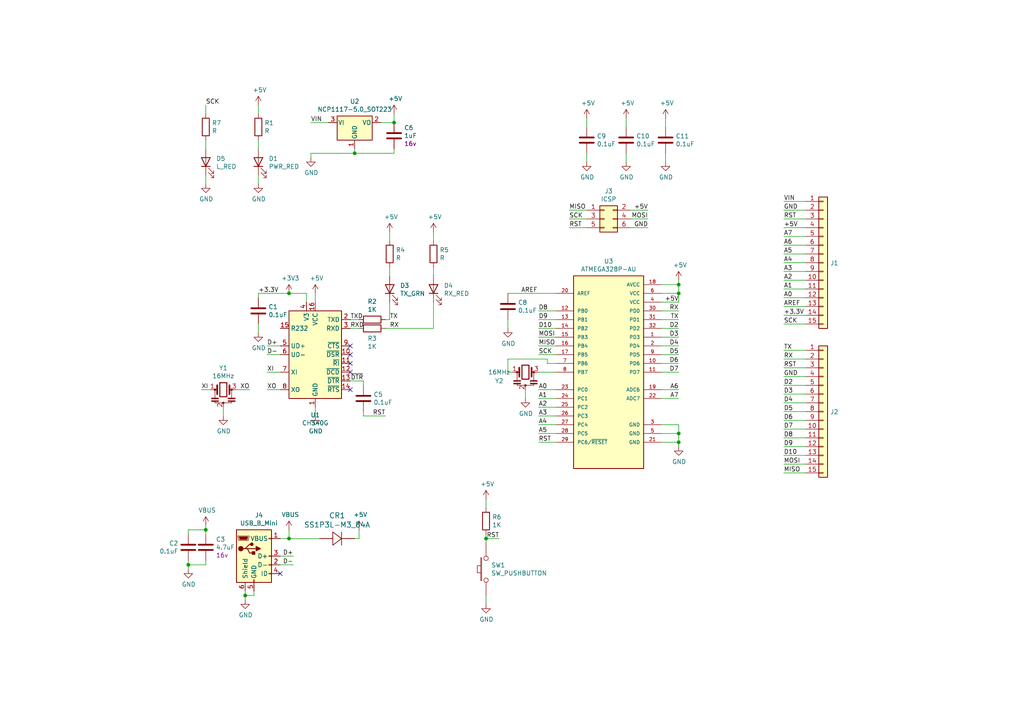
<source format=kicad_sch>
(kicad_sch (version 20211123) (generator eeschema)
  (paper "A4")
  (title_block (title "ARDUINO NANO CLONE w CH340G") (date "2021-12-05") (rev "1.0.0") (company "Pulsestar") (comment 1 "Designed by - twotool") (comment 2 "twotool@outlook.com") (comment 3 "+880 1715-298880"))
  (lib_symbols
    (symbol "22L:SS1P3L-M3_84A" (pin_numbers hide) (pin_names (offset -1.651) hide)
      (property "Reference" "CR" (at 5.08 4.445 0))
      (property "Value" "SS1P3L-M3_84A" (at 5.08 -7.62 0))
      (symbol "SS1P3L-M3_84A_1_1"
        (polyline (pts (xy 2.54 0) (xy 3.4798 0)) (stroke (width 0.2032)))
        (polyline (pts (xy 3.175 0) (xy 3.81 0)) (stroke (width 0.2032)))
        (polyline (pts (xy 3.81 -1.905) (xy 6.35 0)) (stroke (width 0.2032)))
        (polyline (pts (xy 3.81 1.905) (xy 3.81 -1.905)) (stroke (width 0.2032)))
        (polyline (pts (xy 6.35 -1.905) (xy 6.35 1.905)) (stroke (width 0.2032)))
        (polyline (pts (xy 6.35 0) (xy 3.81 1.905)) (stroke (width 0.2032)))
        (polyline (pts (xy 6.35 0) (xy 7.62 0)) (stroke (width 0.2032)))
        (pin unspecified line (at 10.16 0 180) (length 2.54) (name "1") (number "1"))
        (pin unspecified line (at 0 0 0) (length 2.54) (name "2") (number "2"))
      )
    )
    (symbol "22L_MCU:ATMEGA328P-AU" (pin_names (offset 1.016))
      (property "Reference" "U" (at -10.1854 29.2608 0))
      (property "Value" "ATMEGA328P-AU" (at -10.16 -31.7754 0))
      (symbol "ATMEGA328P-AU_0_0"
        (rectangle (start -10.16 -27.94) (end 10.16 27.94) (stroke (width 0.254)) (fill (type background)))
        (pin bidirectional line (at 15.24 10.16 180) (length 5.08) (name "PD3") (number "1"))
        (pin bidirectional line (at 15.24 2.54 180) (length 5.08) (name "PD6") (number "10"))
        (pin bidirectional line (at 15.24 0 180) (length 5.08) (name "PD7") (number "11"))
        (pin bidirectional line (at -15.24 17.78 0) (length 5.08) (name "PB0") (number "12"))
        (pin bidirectional line (at -15.24 15.24 0) (length 5.08) (name "PB1") (number "13"))
        (pin bidirectional line (at -15.24 12.7 0) (length 5.08) (name "PB2") (number "14"))
        (pin bidirectional line (at -15.24 10.16 0) (length 5.08) (name "PB3") (number "15"))
        (pin bidirectional line (at -15.24 7.62 0) (length 5.08) (name "PB4") (number "16"))
        (pin bidirectional line (at -15.24 5.08 0) (length 5.08) (name "PB5") (number "17"))
        (pin power_in line (at 15.24 25.4 180) (length 5.08) (name "AVCC") (number "18"))
        (pin bidirectional line (at 15.24 -5.08 180) (length 5.08) (name "ADC6") (number "19"))
        (pin bidirectional line (at 15.24 7.62 180) (length 5.08) (name "PD4") (number "2"))
        (pin input line (at -15.24 22.86 0) (length 5.08) (name "AREF") (number "20"))
        (pin power_in line (at 15.24 -20.32 180) (length 5.08) (name "GND") (number "21"))
        (pin bidirectional line (at 15.24 -7.62 180) (length 5.08) (name "ADC7") (number "22"))
        (pin bidirectional line (at -15.24 -5.08 0) (length 5.08) (name "PC0") (number "23"))
        (pin bidirectional line (at -15.24 -7.62 0) (length 5.08) (name "PC1") (number "24"))
        (pin bidirectional line (at -15.24 -10.16 0) (length 5.08) (name "PC2") (number "25"))
        (pin bidirectional line (at -15.24 -12.7 0) (length 5.08) (name "PC3") (number "26"))
        (pin bidirectional line (at -15.24 -15.24 0) (length 5.08) (name "PC4") (number "27"))
        (pin bidirectional line (at -15.24 -17.78 0) (length 5.08) (name "PC5") (number "28"))
        (pin bidirectional line (at -15.24 -20.32 0) (length 5.08) (name "PC6/~{RESET}") (number "29"))
        (pin power_in line (at 15.24 -15.24 180) (length 5.08) (name "GND") (number "3"))
        (pin bidirectional line (at 15.24 17.78 180) (length 5.08) (name "PD0") (number "30"))
        (pin bidirectional line (at 15.24 15.24 180) (length 5.08) (name "PD1") (number "31"))
        (pin bidirectional line (at 15.24 12.7 180) (length 5.08) (name "PD2") (number "32"))
        (pin power_in line (at 15.24 20.32 180) (length 5.08) (name "VCC") (number "4"))
        (pin power_in line (at 15.24 -17.78 180) (length 5.08) (name "GND") (number "5"))
        (pin power_in line (at 15.24 22.86 180) (length 5.08) (name "VCC") (number "6"))
        (pin bidirectional line (at -15.24 2.54 0) (length 5.08) (name "PB6") (number "7"))
        (pin bidirectional line (at -15.24 0 0) (length 5.08) (name "PB7") (number "8"))
        (pin bidirectional line (at 15.24 5.08 180) (length 5.08) (name "PD5") (number "9"))
      )
    )
    (symbol "Arduino-Nano-CH340G-rescue:+3.3V-power" (power) (pin_names (offset 0))
      (property "Value" "+3.3V-power" (at 0 3.556 0))
      (symbol "+3.3V-power_0_1"
        (polyline (pts (xy -0.762 1.27) (xy 0 2.54)))
        (polyline (pts (xy 0 0) (xy 0 2.54)))
        (polyline (pts (xy 0 2.54) (xy 0.762 1.27)))
      )
      (symbol "+3.3V-power_1_1"
        (pin power_in line (at 0 0 90) (length 0) hide (name "+3V3") (number "1"))
      )
    )
    (symbol "Arduino-Nano-CH340G-rescue:SW_PUSHBUTTON-freetronics_schematic" (pin_numbers hide) (pin_names (offset 1.016) hide)
      (property "Reference" "SW" (at -3.81 2.794 0))
      (property "Value" "SW_PUSHBUTTON-freetronics_schematic" (at 0 -2.032 0))
      (symbol "SW_PUSHBUTTON-freetronics_schematic_0_1"
        (rectangle (start -3.302 1.27) (end 3.302 1.524))
        (polyline (pts (xy -1.016 1.524) (xy -1.016 2.54) (xy 1.016 2.54) (xy 1.016 1.524)))
        (pin passive inverted (at -7.62 0 0) (length 5.08) (name "1") (number "1"))
        (pin passive inverted (at 7.62 0 180) (length 5.08) (name "2") (number "2"))
      )
    )
    (symbol "Connector:USB_B_Mini" (pin_names (offset 1.016))
      (property "Reference" "J" (at -5.08 11.43 0))
      (property "Value" "USB_B_Mini" (at -5.08 8.89 0))
      (symbol "USB_B_Mini_0_1"
        (rectangle (start -5.08 -7.62) (end 5.08 7.62) (stroke (width 0.254)) (fill (type background)))
        (circle (center -3.81 2.159) (radius 0.635) (stroke (width 0.254)) (fill (type outline)))
        (circle (center -0.635 3.429) (radius 0.381) (stroke (width 0.254)) (fill (type outline)))
        (rectangle (start -0.127 -7.62) (end 0.127 -6.858))
        (polyline (pts (xy -1.905 2.159) (xy 0.635 2.159)) (stroke (width 0.254)))
        (polyline (pts (xy -3.175 2.159) (xy -2.54 2.159) (xy -1.27 3.429) (xy -0.635 3.429)) (stroke (width 0.254)))
        (polyline (pts (xy -2.54 2.159) (xy -1.905 2.159) (xy -1.27 0.889) (xy 0 0.889)) (stroke (width 0.254)))
        (polyline (pts (xy 0.635 2.794) (xy 0.635 1.524) (xy 1.905 2.159) (xy 0.635 2.794)) (stroke (width 0.254)) (fill (type outline)))
        (polyline (pts (xy -4.318 5.588) (xy -1.778 5.588) (xy -2.032 4.826) (xy -4.064 4.826) (xy -4.318 5.588)) (fill (type outline)))
        (polyline (pts (xy -4.699 5.842) (xy -4.699 5.588) (xy -4.445 4.826) (xy -4.445 4.572) (xy -1.651 4.572) (xy -1.651 4.826) (xy -1.397 5.588) (xy -1.397 5.842) (xy -4.699 5.842)))
        (rectangle (start 0.254 1.27) (end -0.508 0.508) (stroke (width 0.254)) (fill (type outline)))
        (rectangle (start 5.08 -5.207) (end 4.318 -4.953))
        (rectangle (start 5.08 -2.667) (end 4.318 -2.413))
        (rectangle (start 5.08 -0.127) (end 4.318 0.127))
        (rectangle (start 5.08 4.953) (end 4.318 5.207))
      )
      (symbol "USB_B_Mini_1_1"
        (pin power_out line (at 7.62 5.08 180) (length 2.54) (name "VBUS") (number "1"))
        (pin bidirectional line (at 7.62 -2.54 180) (length 2.54) (name "D-") (number "2"))
        (pin bidirectional line (at 7.62 0 180) (length 2.54) (name "D+") (number "3"))
        (pin passive line (at 7.62 -5.08 180) (length 2.54) (name "ID") (number "4"))
        (pin power_out line (at 0 -10.16 90) (length 2.54) (name "GND") (number "5"))
        (pin passive line (at -2.54 -10.16 90) (length 2.54) (name "Shield") (number "6"))
      )
    )
    (symbol "Connector_Generic:Conn_01x15" (pin_names (offset 1.016) hide)
      (property "Reference" "J" (at 0 20.32 0))
      (property "Value" "Conn_01x15" (at 0 -20.32 0))
      (symbol "Conn_01x15_1_1"
        (rectangle (start -1.27 -17.653) (end 0 -17.907) (stroke (width 0.1524)))
        (rectangle (start -1.27 -15.113) (end 0 -15.367) (stroke (width 0.1524)))
        (rectangle (start -1.27 -12.573) (end 0 -12.827) (stroke (width 0.1524)))
        (rectangle (start -1.27 -10.033) (end 0 -10.287) (stroke (width 0.1524)))
        (rectangle (start -1.27 -7.493) (end 0 -7.747) (stroke (width 0.1524)))
        (rectangle (start -1.27 -4.953) (end 0 -5.207) (stroke (width 0.1524)))
        (rectangle (start -1.27 -2.413) (end 0 -2.667) (stroke (width 0.1524)))
        (rectangle (start -1.27 0.127) (end 0 -0.127) (stroke (width 0.1524)))
        (rectangle (start -1.27 2.667) (end 0 2.413) (stroke (width 0.1524)))
        (rectangle (start -1.27 5.207) (end 0 4.953) (stroke (width 0.1524)))
        (rectangle (start -1.27 7.747) (end 0 7.493) (stroke (width 0.1524)))
        (rectangle (start -1.27 10.287) (end 0 10.033) (stroke (width 0.1524)))
        (rectangle (start -1.27 12.827) (end 0 12.573) (stroke (width 0.1524)))
        (rectangle (start -1.27 15.367) (end 0 15.113) (stroke (width 0.1524)))
        (rectangle (start -1.27 17.907) (end 0 17.653) (stroke (width 0.1524)))
        (rectangle (start -1.27 19.05) (end 1.27 -19.05) (stroke (width 0.254)) (fill (type background)))
        (pin passive line (at -5.08 17.78 0) (length 3.81) (name "Pin_1") (number "1"))
        (pin passive line (at -5.08 -5.08 0) (length 3.81) (name "Pin_10") (number "10"))
        (pin passive line (at -5.08 -7.62 0) (length 3.81) (name "Pin_11") (number "11"))
        (pin passive line (at -5.08 -10.16 0) (length 3.81) (name "Pin_12") (number "12"))
        (pin passive line (at -5.08 -12.7 0) (length 3.81) (name "Pin_13") (number "13"))
        (pin passive line (at -5.08 -15.24 0) (length 3.81) (name "Pin_14") (number "14"))
        (pin passive line (at -5.08 -17.78 0) (length 3.81) (name "Pin_15") (number "15"))
        (pin passive line (at -5.08 15.24 0) (length 3.81) (name "Pin_2") (number "2"))
        (pin passive line (at -5.08 12.7 0) (length 3.81) (name "Pin_3") (number "3"))
        (pin passive line (at -5.08 10.16 0) (length 3.81) (name "Pin_4") (number "4"))
        (pin passive line (at -5.08 7.62 0) (length 3.81) (name "Pin_5") (number "5"))
        (pin passive line (at -5.08 5.08 0) (length 3.81) (name "Pin_6") (number "6"))
        (pin passive line (at -5.08 2.54 0) (length 3.81) (name "Pin_7") (number "7"))
        (pin passive line (at -5.08 0 0) (length 3.81) (name "Pin_8") (number "8"))
        (pin passive line (at -5.08 -2.54 0) (length 3.81) (name "Pin_9") (number "9"))
      )
    )
    (symbol "Connector_Generic:Conn_02x03_Odd_Even" (pin_names (offset 1.016) hide)
      (property "Reference" "J" (at 1.27 5.08 0))
      (property "Value" "Conn_02x03_Odd_Even" (at 1.27 -5.08 0))
      (symbol "Conn_02x03_Odd_Even_1_1"
        (rectangle (start -1.27 -2.413) (end 0 -2.667) (stroke (width 0.1524)))
        (rectangle (start -1.27 0.127) (end 0 -0.127) (stroke (width 0.1524)))
        (rectangle (start -1.27 2.667) (end 0 2.413) (stroke (width 0.1524)))
        (rectangle (start -1.27 3.81) (end 3.81 -3.81) (stroke (width 0.254)) (fill (type background)))
        (rectangle (start 3.81 -2.413) (end 2.54 -2.667) (stroke (width 0.1524)))
        (rectangle (start 3.81 0.127) (end 2.54 -0.127) (stroke (width 0.1524)))
        (rectangle (start 3.81 2.667) (end 2.54 2.413) (stroke (width 0.1524)))
        (pin passive line (at -5.08 2.54 0) (length 3.81) (name "Pin_1") (number "1"))
        (pin passive line (at 7.62 2.54 180) (length 3.81) (name "Pin_2") (number "2"))
        (pin passive line (at -5.08 0 0) (length 3.81) (name "Pin_3") (number "3"))
        (pin passive line (at 7.62 0 180) (length 3.81) (name "Pin_4") (number "4"))
        (pin passive line (at -5.08 -2.54 0) (length 3.81) (name "Pin_5") (number "5"))
        (pin passive line (at 7.62 -2.54 180) (length 3.81) (name "Pin_6") (number "6"))
      )
    )
    (symbol "Device:C" (pin_numbers hide) (pin_names (offset 0.254))
      (property "Reference" "C" (at 0.635 2.54 0))
      (property "Value" "C" (at 0.635 -2.54 0))
      (symbol "C_0_1"
        (polyline (pts (xy -2.032 -0.762) (xy 2.032 -0.762)) (stroke (width 0.508)))
        (polyline (pts (xy -2.032 0.762) (xy 2.032 0.762)) (stroke (width 0.508)))
      )
      (symbol "C_1_1"
        (pin passive line (at 0 3.81 270) (length 2.794) (name "~") (number "1"))
        (pin passive line (at 0 -3.81 90) (length 2.794) (name "~") (number "2"))
      )
    )
    (symbol "Device:LED" (pin_numbers hide) (pin_names (offset 1.016) hide)
      (property "Reference" "D" (at 0 2.54 0))
      (property "Value" "LED" (at 0 -2.54 0))
      (symbol "LED_0_1"
        (polyline (pts (xy -1.27 -1.27) (xy -1.27 1.27)) (stroke (width 0.254)))
        (polyline (pts (xy -1.27 0) (xy 1.27 0)))
        (polyline (pts (xy 1.27 -1.27) (xy 1.27 1.27) (xy -1.27 0) (xy 1.27 -1.27)) (stroke (width 0.254)))
        (polyline (pts (xy -3.048 -0.762) (xy -4.572 -2.286) (xy -3.81 -2.286) (xy -4.572 -2.286) (xy -4.572 -1.524)))
        (polyline (pts (xy -1.778 -0.762) (xy -3.302 -2.286) (xy -2.54 -2.286) (xy -3.302 -2.286) (xy -3.302 -1.524)))
      )
      (symbol "LED_1_1"
        (pin passive line (at -3.81 0 0) (length 2.54) (name "K") (number "1"))
        (pin passive line (at 3.81 0 180) (length 2.54) (name "A") (number "2"))
      )
    )
    (symbol "Device:R" (pin_numbers hide) (pin_names (offset 0))
      (property "Reference" "R" (at 2.032 0 90))
      (property "Value" "R" (at 0 0 90))
      (symbol "R_0_1"
        (rectangle (start -1.016 -2.54) (end 1.016 2.54) (stroke (width 0.254)))
      )
      (symbol "R_1_1"
        (pin passive line (at 0 3.81 270) (length 1.27) (name "~") (number "1"))
        (pin passive line (at 0 -3.81 90) (length 1.27) (name "~") (number "2"))
      )
    )
    (symbol "Device:Resonator" (pin_names (offset 1.016) hide)
      (property "Reference" "Y" (at 0 5.715 0))
      (property "Value" "Resonator" (at 0 3.81 0))
      (symbol "Resonator_0_1"
        (rectangle (start -3.429 -3.175) (end -1.397 -3.429) (fill (type outline)))
        (rectangle (start -3.429 -2.413) (end -1.397 -2.667) (fill (type outline)))
        (circle (center -2.413 0) (radius 0.254) (fill (type outline)))
        (rectangle (start -1.016 2.032) (end 1.016 -2.032) (stroke (width 0.3048)))
        (circle (center 0 -3.81) (radius 0.254) (fill (type outline)))
        (polyline (pts (xy -2.413 -2.413) (xy -2.413 0)))
        (polyline (pts (xy -1.905 0) (xy -3.175 0)))
        (polyline (pts (xy -1.778 -1.27) (xy -1.778 1.27)) (stroke (width 0.508)))
        (polyline (pts (xy 1.778 -1.27) (xy 1.778 1.27)) (stroke (width 0.508)))
        (polyline (pts (xy 1.905 0) (xy 2.54 0)))
        (polyline (pts (xy 2.413 0) (xy 2.413 -2.54)))
        (polyline (pts (xy 2.413 -3.302) (xy 2.413 -3.81) (xy -2.413 -3.81) (xy -2.413 -3.302)))
        (rectangle (start 1.397 -3.175) (end 3.429 -3.429) (fill (type outline)))
        (rectangle (start 1.397 -2.413) (end 3.429 -2.667) (fill (type outline)))
        (circle (center 2.413 0) (radius 0.254) (fill (type outline)))
      )
      (symbol "Resonator_1_1"
        (pin passive line (at -3.81 0 0) (length 1.27) (name "1") (number "1"))
        (pin passive line (at 0 -5.08 90) (length 1.27) (name "2") (number "2"))
        (pin passive line (at 3.81 0 180) (length 1.27) (name "3") (number "3"))
      )
    )
    (symbol "Interface_USB:CH340G"
      (property "Reference" "U" (at -5.08 13.97 0))
      (property "Value" "CH340G" (at 1.27 13.97 0))
      (symbol "CH340G_0_1"
        (rectangle (start -7.62 12.7) (end 7.62 -12.7) (stroke (width 0.254)) (fill (type background)))
      )
      (symbol "CH340G_1_1"
        (pin power_in line (at 0 -15.24 90) (length 2.54) (name "GND") (number "1"))
        (pin input line (at 10.16 0 180) (length 2.54) (name "~{DSR}") (number "10"))
        (pin input line (at 10.16 -2.54 180) (length 2.54) (name "~{RI}") (number "11"))
        (pin input line (at 10.16 -5.08 180) (length 2.54) (name "~{DCD}") (number "12"))
        (pin output line (at 10.16 -7.62 180) (length 2.54) (name "~{DTR}") (number "13"))
        (pin output line (at 10.16 -10.16 180) (length 2.54) (name "~{RTS}") (number "14"))
        (pin input line (at -10.16 7.62 0) (length 2.54) (name "R232") (number "15"))
        (pin power_in line (at 0 15.24 270) (length 2.54) (name "VCC") (number "16"))
        (pin output line (at 10.16 10.16 180) (length 2.54) (name "TXD") (number "2"))
        (pin input line (at 10.16 7.62 180) (length 2.54) (name "RXD") (number "3"))
        (pin passive line (at -2.54 15.24 270) (length 2.54) (name "V3") (number "4"))
        (pin bidirectional line (at -10.16 2.54 0) (length 2.54) (name "UD+") (number "5"))
        (pin bidirectional line (at -10.16 0 0) (length 2.54) (name "UD-") (number "6"))
        (pin input line (at -10.16 -5.08 0) (length 2.54) (name "XI") (number "7"))
        (pin output line (at -10.16 -10.16 0) (length 2.54) (name "XO") (number "8"))
        (pin input line (at 10.16 2.54 180) (length 2.54) (name "~{CTS}") (number "9"))
      )
    )
    (symbol "Regulator_Linear:NCP1117-3.3_SOT223" (pin_names (offset 0.254))
      (property "Reference" "U" (at -3.81 3.175 0))
      (property "Value" "NCP1117-3.3_SOT223" (at 0 3.175 0))
      (symbol "NCP1117-3.3_SOT223_0_1"
        (rectangle (start -5.08 -5.08) (end 5.08 1.905) (stroke (width 0.254)) (fill (type background)))
      )
      (symbol "NCP1117-3.3_SOT223_1_1"
        (pin power_in line (at 0 -7.62 90) (length 2.54) (name "GND") (number "1"))
        (pin power_out line (at 7.62 0 180) (length 2.54) (name "VO") (number "2"))
        (pin power_in line (at -7.62 0 0) (length 2.54) (name "VI") (number "3"))
      )
    )
    (symbol "power:+5V" (power) (pin_names (offset 0))
      (property "Value" "+5V" (at 0 3.556 0))
      (symbol "+5V_0_1"
        (polyline (pts (xy -0.762 1.27) (xy 0 2.54)))
        (polyline (pts (xy 0 0) (xy 0 2.54)))
        (polyline (pts (xy 0 2.54) (xy 0.762 1.27)))
      )
      (symbol "+5V_1_1"
        (pin power_in line (at 0 0 90) (length 0) hide (name "+5V") (number "1"))
      )
    )
    (symbol "power:GND" (power) (pin_names (offset 0))
      (property "Value" "GND" (at 0 -3.81 0))
      (symbol "GND_0_1"
        (polyline (pts (xy 0 0) (xy 0 -1.27) (xy 1.27 -1.27) (xy 0 -2.54) (xy -1.27 -1.27) (xy 0 -1.27)))
      )
      (symbol "GND_1_1"
        (pin power_in line (at 0 0 270) (length 0) hide (name "GND") (number "1"))
      )
    )
    (symbol "power:VBUS" (power) (pin_names (offset 0))
      (property "Value" "VBUS" (at 0 3.81 0))
      (symbol "VBUS_0_1"
        (polyline (pts (xy -0.762 1.27) (xy 0 2.54)))
        (polyline (pts (xy 0 0) (xy 0 2.54)))
        (polyline (pts (xy 0 2.54) (xy 0.762 1.27)))
      )
      (symbol "VBUS_1_1"
        (pin power_in line (at 0 0 90) (length 0) hide (name "VBUS") (number "1"))
      )
    )
  )
  (junction (at 196.85 82.55))
  (junction (at 71.12 172.72))
  (junction (at 102.87 44.45))
  (junction (at 196.85 128.27))
  (junction (at 83.82 85.09))
  (junction (at 196.85 125.73))
  (junction (at 114.3 35.56))
  (junction (at 140.97 156.21))
  (junction (at 196.85 85.09))
  (junction (at 83.82 156.21))
  (junction (at 54.61 163.83))
  (junction (at 59.69 153.67))
  (no_connect (at 101.6 100.33))
  (no_connect (at 101.6 107.95))
  (no_connect (at 101.6 113.03))
  (no_connect (at 101.6 105.41))
  (no_connect (at 101.6 102.87))
  (no_connect (at 81.28 166.37))
  (wire (pts (xy 114.3 33.02) (xy 114.3 35.56)))
  (wire (pts (xy 83.82 153.67) (xy 83.82 156.21)))
  (wire (pts (xy 233.68 129.54) (xy 227.33 129.54)))
  (wire (pts (xy 101.6 92.71) (xy 104.14 92.71)))
  (wire (pts (xy 110.49 35.56) (xy 114.3 35.56)))
  (wire (pts (xy 227.33 91.44) (xy 233.68 91.44)))
  (wire (pts (xy 196.85 128.27) (xy 196.85 129.54)))
  (wire (pts (xy 196.85 123.19) (xy 196.85 125.73)))
  (wire (pts (xy 196.85 97.79) (xy 191.77 97.79)))
  (wire (pts (xy 54.61 153.67) (xy 59.69 153.67)))
  (wire (pts (xy 196.85 125.73) (xy 196.85 128.27)))
  (wire (pts (xy 170.18 66.04) (xy 165.1 66.04)))
  (wire (pts (xy 233.68 101.6) (xy 227.33 101.6)))
  (wire (pts (xy 165.1 63.5) (xy 170.18 63.5)))
  (wire (pts (xy 111.76 92.71) (xy 113.03 92.71)))
  (wire (pts (xy 88.9 87.63) (xy 88.9 85.09)))
  (wire (pts (xy 113.03 67.31) (xy 113.03 69.85)))
  (wire (pts (xy 196.85 115.57) (xy 191.77 115.57)))
  (wire (pts (xy 156.21 100.33) (xy 161.29 100.33)))
  (wire (pts (xy 59.69 40.64) (xy 59.69 43.18)))
  (wire (pts (xy 191.77 113.03) (xy 196.85 113.03)))
  (wire (pts (xy 156.21 107.95) (xy 161.29 107.95)))
  (wire (pts (xy 191.77 82.55) (xy 196.85 82.55)))
  (wire (pts (xy 54.61 162.56) (xy 54.61 163.83)))
  (wire (pts (xy 227.33 66.04) (xy 233.68 66.04)))
  (wire (pts (xy 74.93 85.09) (xy 74.93 86.36)))
  (wire (pts (xy 101.6 110.49) (xy 105.41 110.49)))
  (wire (pts (xy 74.93 50.8) (xy 74.93 53.34)))
  (wire (pts (xy 227.33 63.5) (xy 233.68 63.5)))
  (wire (pts (xy 233.68 93.98) (xy 227.33 93.98)))
  (wire (pts (xy 91.44 118.11) (xy 91.44 120.65)))
  (wire (pts (xy 71.12 171.45) (xy 71.12 172.72)))
  (wire (pts (xy 233.68 124.46) (xy 227.33 124.46)))
  (wire (pts (xy 54.61 154.94) (xy 54.61 153.67)))
  (wire (pts (xy 196.85 128.27) (xy 191.77 128.27)))
  (wire (pts (xy 227.33 58.42) (xy 233.68 58.42)))
  (wire (pts (xy 111.76 95.25) (xy 125.73 95.25)))
  (wire (pts (xy 191.77 123.19) (xy 196.85 123.19)))
  (wire (pts (xy 191.77 85.09) (xy 196.85 85.09)))
  (wire (pts (xy 147.32 95.25) (xy 147.32 92.71)))
  (wire (pts (xy 161.29 97.79) (xy 156.21 97.79)))
  (wire (pts (xy 102.87 43.18) (xy 102.87 44.45)))
  (wire (pts (xy 227.33 86.36) (xy 233.68 86.36)))
  (wire (pts (xy 140.97 154.94) (xy 140.97 156.21)))
  (wire (pts (xy 191.77 87.63) (xy 196.85 87.63)))
  (wire (pts (xy 125.73 77.47) (xy 125.73 80.01)))
  (wire (pts (xy 181.61 34.29) (xy 181.61 36.83)))
  (wire (pts (xy 156.21 128.27) (xy 161.29 128.27)))
  (wire (pts (xy 73.66 172.72) (xy 73.66 171.45)))
  (wire (pts (xy 113.03 77.47) (xy 113.03 80.01)))
  (wire (pts (xy 182.88 63.5) (xy 187.96 63.5)))
  (wire (pts (xy 59.69 152.4) (xy 59.69 153.67)))
  (wire (pts (xy 161.29 102.87) (xy 156.21 102.87)))
  (wire (pts (xy 227.33 127) (xy 233.68 127)))
  (wire (pts (xy 105.41 120.65) (xy 111.76 120.65)))
  (wire (pts (xy 71.12 172.72) (xy 71.12 173.99)))
  (wire (pts (xy 59.69 50.8) (xy 59.69 53.34)))
  (wire (pts (xy 191.77 107.95) (xy 196.85 107.95)))
  (wire (pts (xy 125.73 87.63) (xy 125.73 95.25)))
  (wire (pts (xy 191.77 125.73) (xy 196.85 125.73)))
  (wire (pts (xy 227.33 73.66) (xy 233.68 73.66)))
  (wire (pts (xy 158.75 104.14) (xy 158.75 105.41)))
  (wire (pts (xy 227.33 137.16) (xy 233.68 137.16)))
  (wire (pts (xy 81.28 156.21) (xy 83.82 156.21)))
  (wire (pts (xy 114.3 44.45) (xy 114.3 43.18)))
  (wire (pts (xy 104.14 156.21) (xy 104.14 153.67)))
  (wire (pts (xy 181.61 44.45) (xy 181.61 46.99)))
  (wire (pts (xy 91.44 85.09) (xy 91.44 87.63)))
  (wire (pts (xy 77.47 102.87) (xy 81.28 102.87)))
  (wire (pts (xy 227.33 76.2) (xy 233.68 76.2)))
  (wire (pts (xy 101.6 95.25) (xy 104.14 95.25)))
  (wire (pts (xy 71.12 172.72) (xy 73.66 172.72)))
  (wire (pts (xy 187.96 60.96) (xy 182.88 60.96)))
  (wire (pts (xy 74.93 93.98) (xy 74.93 96.52)))
  (wire (pts (xy 140.97 156.21) (xy 144.78 156.21)))
  (wire (pts (xy 170.18 44.45) (xy 170.18 46.99)))
  (wire (pts (xy 161.29 115.57) (xy 156.21 115.57)))
  (wire (pts (xy 59.69 30.48) (xy 59.69 33.02)))
  (wire (pts (xy 68.58 113.03) (xy 72.39 113.03)))
  (wire (pts (xy 156.21 118.11) (xy 161.29 118.11)))
  (wire (pts (xy 90.17 44.45) (xy 102.87 44.45)))
  (wire (pts (xy 147.32 107.95) (xy 148.59 107.95)))
  (wire (pts (xy 59.69 163.83) (xy 59.69 162.56)))
  (wire (pts (xy 102.87 44.45) (xy 114.3 44.45)))
  (wire (pts (xy 227.33 121.92) (xy 233.68 121.92)))
  (wire (pts (xy 196.85 82.55) (xy 196.85 81.28)))
  (wire (pts (xy 196.85 87.63) (xy 196.85 85.09)))
  (wire (pts (xy 182.88 66.04) (xy 187.96 66.04)))
  (wire (pts (xy 140.97 172.72) (xy 140.97 175.26)))
  (wire (pts (xy 191.77 90.17) (xy 196.85 90.17)))
  (wire (pts (xy 77.47 100.33) (xy 81.28 100.33)))
  (wire (pts (xy 58.42 113.03) (xy 60.96 113.03)))
  (wire (pts (xy 59.69 153.67) (xy 59.69 154.94)))
  (wire (pts (xy 227.33 81.28) (xy 233.68 81.28)))
  (wire (pts (xy 170.18 34.29) (xy 170.18 36.83)))
  (wire (pts (xy 227.33 116.84) (xy 233.68 116.84)))
  (wire (pts (xy 156.21 113.03) (xy 161.29 113.03)))
  (wire (pts (xy 140.97 156.21) (xy 140.97 157.48)))
  (wire (pts (xy 161.29 120.65) (xy 156.21 120.65)))
  (wire (pts (xy 196.85 102.87) (xy 191.77 102.87)))
  (wire (pts (xy 161.29 125.73) (xy 156.21 125.73)))
  (wire (pts (xy 227.33 134.62) (xy 233.68 134.62)))
  (wire (pts (xy 64.77 120.65) (xy 64.77 118.11)))
  (wire (pts (xy 102.87 156.21) (xy 104.14 156.21)))
  (wire (pts (xy 54.61 163.83) (xy 54.61 165.1)))
  (wire (pts (xy 54.61 163.83) (xy 59.69 163.83)))
  (wire (pts (xy 81.28 161.29) (xy 85.09 161.29)))
  (wire (pts (xy 74.93 40.64) (xy 74.93 43.18)))
  (wire (pts (xy 227.33 132.08) (xy 233.68 132.08)))
  (wire (pts (xy 77.47 107.95) (xy 81.28 107.95)))
  (wire (pts (xy 81.28 163.83) (xy 85.09 163.83)))
  (wire (pts (xy 191.77 95.25) (xy 196.85 95.25)))
  (wire (pts (xy 193.04 44.45) (xy 193.04 46.99)))
  (wire (pts (xy 227.33 78.74) (xy 233.68 78.74)))
  (wire (pts (xy 156.21 95.25) (xy 161.29 95.25)))
  (wire (pts (xy 105.41 119.38) (xy 105.41 120.65)))
  (wire (pts (xy 105.41 110.49) (xy 105.41 111.76)))
  (wire (pts (xy 90.17 35.56) (xy 95.25 35.56)))
  (wire (pts (xy 227.33 60.96) (xy 233.68 60.96)))
  (wire (pts (xy 74.93 30.48) (xy 74.93 33.02)))
  (wire (pts (xy 158.75 105.41) (xy 161.29 105.41)))
  (wire (pts (xy 227.33 71.12) (xy 233.68 71.12)))
  (wire (pts (xy 156.21 90.17) (xy 161.29 90.17)))
  (wire (pts (xy 83.82 156.21) (xy 92.71 156.21)))
  (wire (pts (xy 83.82 85.09) (xy 74.93 85.09)))
  (wire (pts (xy 233.68 114.3) (xy 227.33 114.3)))
  (wire (pts (xy 233.68 119.38) (xy 227.33 119.38)))
  (wire (pts (xy 161.29 92.71) (xy 156.21 92.71)))
  (wire (pts (xy 227.33 88.9) (xy 233.68 88.9)))
  (wire (pts (xy 196.85 92.71) (xy 191.77 92.71)))
  (wire (pts (xy 125.73 67.31) (xy 125.73 69.85)))
  (wire (pts (xy 77.47 113.03) (xy 81.28 113.03)))
  (wire (pts (xy 147.32 85.09) (xy 161.29 85.09)))
  (wire (pts (xy 191.77 100.33) (xy 196.85 100.33)))
  (wire (pts (xy 191.77 105.41) (xy 196.85 105.41)))
  (wire (pts (xy 227.33 106.68) (xy 233.68 106.68)))
  (wire (pts (xy 196.85 85.09) (xy 196.85 82.55)))
  (wire (pts (xy 227.33 104.14) (xy 233.68 104.14)))
  (wire (pts (xy 193.04 34.29) (xy 193.04 36.83)))
  (wire (pts (xy 233.68 109.22) (xy 227.33 109.22)))
  (wire (pts (xy 90.17 44.45) (xy 90.17 45.72)))
  (wire (pts (xy 152.4 113.03) (xy 152.4 115.57)))
  (wire (pts (xy 227.33 83.82) (xy 233.68 83.82)))
  (wire (pts (xy 147.32 104.14) (xy 147.32 107.95)))
  (wire (pts (xy 156.21 123.19) (xy 161.29 123.19)))
  (wire (pts (xy 170.18 60.96) (xy 165.1 60.96)))
  (wire (pts (xy 140.97 144.78) (xy 140.97 147.32)))
  (wire (pts (xy 88.9 85.09) (xy 83.82 85.09)))
  (wire (pts (xy 227.33 68.58) (xy 233.68 68.58)))
  (wire (pts (xy 113.03 87.63) (xy 113.03 92.71)))
  (wire (pts (xy 227.33 111.76) (xy 233.68 111.76)))
  (wire (pts (xy 147.32 104.14) (xy 158.75 104.14)))
  (label "SCK" (at 59.69 30.48 0))
  (label "D2" (at 227.33 111.76 0))
  (label "D5" (at 196.85 102.87 180))
  (label "MISO" (at 165.1 60.96 0))
  (label "+5V" (at 187.96 60.96 180))
  (label "MOSI" (at 156.21 97.79 0))
  (label "D-" (at 77.47 102.87 0))
  (label "D6" (at 227.33 121.92 0))
  (label "D4" (at 227.33 116.84 0))
  (label "D3" (at 196.85 97.79 180))
  (label "SCK" (at 156.21 102.87 0))
  (label "A6" (at 196.85 113.03 180))
  (label "GND" (at 227.33 109.22 0))
  (label "D8" (at 227.33 127 0))
  (label "GND" (at 187.96 66.04 180))
  (label "D2" (at 196.85 95.25 180))
  (label "D7" (at 196.85 107.95 180))
  (label "MISO" (at 156.21 100.33 0))
  (label "D10" (at 156.21 95.25 0))
  (label "D5" (at 227.33 119.38 0))
  (label "RXD" (at 101.6 95.25 0))
  (label "A1" (at 156.21 115.57 0))
  (label "VIN" (at 227.33 58.42 0))
  (label "A5" (at 227.33 73.66 0))
  (label "D6" (at 196.85 105.41 180))
  (label "+5V" (at 227.33 66.04 0))
  (label "A7" (at 196.85 115.57 180))
  (label "XI" (at 58.42 113.03 0))
  (label "RST" (at 227.33 63.5 0))
  (label "TX" (at 227.33 101.6 0))
  (label "D3" (at 227.33 114.3 0))
  (label "RST" (at 144.78 156.21 180))
  (label "A6" (at 227.33 71.12 0))
  (label "+3.3V" (at 74.93 85.09 0))
  (label "A3" (at 227.33 78.74 0))
  (label "RST" (at 156.21 128.27 0))
  (label "+3.3V" (at 227.33 91.44 0))
  (label "D9" (at 156.21 92.71 0))
  (label "RST" (at 165.1 66.04 0))
  (label "A7" (at 227.33 68.58 0))
  (label "VIN" (at 90.17 35.56 0))
  (label "D+" (at 77.47 100.33 0))
  (label "A4" (at 156.21 123.19 0))
  (label "TXD" (at 101.6 92.71 0))
  (label "SCK" (at 165.1 63.5 0))
  (label "RX" (at 227.33 104.14 0))
  (label "D9" (at 227.33 129.54 0))
  (label "D8" (at 156.21 90.17 0))
  (label "MOSI" (at 187.96 63.5 180))
  (label "A3" (at 156.21 120.65 0))
  (label "RX" (at 113.03 95.25 0))
  (label "SCK" (at 227.33 93.98 0))
  (label "AREF" (at 151.13 85.09 0))
  (label "XO" (at 77.47 113.03 0))
  (label "RST" (at 111.76 120.65 180))
  (label "D10" (at 227.33 132.08 0))
  (label "A0" (at 156.21 113.03 0))
  (label "MOSI" (at 227.33 134.62 0))
  (label "A1" (at 227.33 83.82 0))
  (label "D-" (at 85.09 163.83 180))
  (label "A0" (at 227.33 86.36 0))
  (label "XO" (at 72.39 113.03 180))
  (label "TX" (at 113.03 92.71 0))
  (label "A5" (at 156.21 125.73 0))
  (label "D+" (at 85.09 161.29 180))
  (label "A4" (at 227.33 76.2 0))
  (label "~{DTR}" (at 105.41 110.49 180))
  (label "GND" (at 227.33 60.96 0))
  (label "XI" (at 77.47 107.95 0))
  (label "RX" (at 196.85 90.17 180))
  (label "MISO" (at 227.33 137.16 0))
  (label "D4" (at 196.85 100.33 180))
  (label "A2" (at 156.21 118.11 0))
  (label "A2" (at 227.33 81.28 0))
  (label "D7" (at 227.33 124.46 0))
  (label "TX" (at 196.85 92.71 180))
  (label "RST" (at 227.33 106.68 0))
  (label "AREF" (at 227.33 88.9 0))
  (label "+5V" (at 196.85 87.63 180))
  (symbol (lib_id "Regulator_Linear:NCP1117-3.3_SOT223") (at 102.87 35.56 0) (unit 1)
    (property "Reference" "U2" (at 102.87 29.4132 0))
    (property "Value" "NCP1117-5.0_SOT223" (at 102.87 31.7246 0))
    (property "Footprint" "Package_TO_SOT_SMD:SOT-223-3_TabPin2" (effects hide))
    (property "Datasheet" "http://www.onsemi.com/pub_link/Collateral/NCP1117-D.PDF" (effects hide))
  )
  (symbol (lib_id "Device:LED") (at 74.93 46.99 90) (unit 1)
    (property "Reference" "D1" (at 77.9272 45.9994 90) (effects (justify right)))
    (property "Value" "PWR_RED" (at 77.9272 48.3108 90) (effects (justify right)))
    (property "Footprint" "LED_SMD:LED_0603_1608Metric_Pad1.05x0.95mm_HandSolder" (effects hide))
  )
  (symbol (lib_id "Device:Resonator") (at 64.77 113.03 0) (unit 1)
    (property "Reference" "Y1" (at 64.77 106.7308 0))
    (property "Value" "16MHz" (at 64.77 109.0422 0))
    (property "Footprint" "Crystal:Resonator_SMD_Murata_CSTxExxV-3Pin_3.0x1.1mm" (effects hide))
  )
  (symbol (lib_id "Arduino-Nano-CH340G-rescue:SW_PUSHBUTTON-freetronics_schematic") (at 140.97 165.1 90) (unit 1)
    (property "Reference" "SW1" (at 142.4686 163.9316 90) (effects (justify right)))
    (property "Value" "SW_PUSHBUTTON" (at 142.4686 166.243 90) (effects (justify right)))
    (property "Footprint" "Button_Switch_SMD:SW_SPST_CK_RS282G05A3" (effects hide))
  )
  (symbol (lib_id "Connector_Generic:Conn_01x15") (at 238.76 76.2 0) (unit 1)
    (property "Reference" "J1" (at 240.792 76.3016 0) (effects (justify left)))
    (property "Value" "Conn_01x15" (effects hide))
    (property "Footprint" "Connector_PinHeader_2.54mm:PinHeader_1x15_P2.54mm_Vertical" (effects hide))
  )
  (symbol (lib_id "Connector_Generic:Conn_01x15") (at 238.76 119.38 0) (unit 1)
    (property "Reference" "J2" (at 240.792 119.4816 0) (effects (justify left)))
    (property "Value" "Conn_01x15" (effects hide))
    (property "Footprint" "Connector_PinHeader_2.54mm:PinHeader_1x15_P2.54mm_Vertical" (effects hide))
  )
  (symbol (lib_id "Connector_Generic:Conn_02x03_Odd_Even") (at 175.26 63.5 0) (unit 1)
    (property "Reference" "J3" (at 176.53 55.4482 0))
    (property "Value" "ICSP" (at 176.53 57.7596 0))
    (property "Footprint" "Connector_PinHeader_2.54mm:PinHeader_2x03_P2.54mm_Vertical" (effects hide))
  )
  (symbol (lib_id "power:+5V") (at 181.61 34.29 0) (unit 1)
    (property "Reference" "#PWR027" (effects hide))
    (property "Value" "+5V" (at 181.991 29.8958 0))
  )
  (symbol (lib_id "Arduino-Nano-CH340G-rescue:+3.3V-power") (at 83.82 85.09 0) (unit 1)
    (property "Reference" "#PWR07" (effects hide))
    (property "Value" "+3.3V" (at 84.201 80.6958 0))
  )
  (symbol (lib_id "power:GND") (at 140.97 175.26 0) (unit 1)
    (property "Reference" "#PWR020" (effects hide))
    (property "Value" "GND" (at 141.097 179.6542 0))
  )
  (symbol (lib_id "power:+5V") (at 114.3 33.02 0) (unit 1)
    (property "Reference" "#PWR014" (effects hide))
    (property "Value" "+5V" (at 114.681 28.6258 0))
  )
  (symbol (lib_id "power:GND") (at 74.93 96.52 0) (unit 1)
    (property "Reference" "#PWR03" (effects hide))
    (property "Value" "GND" (at 75.057 100.9142 0))
  )
  (symbol (lib_id "Connector:USB_B_Mini") (at 73.66 161.29 0) (unit 1)
    (property "Reference" "J4" (at 75.1078 149.4282 0))
    (property "Value" "USB_B_Mini" (at 75.1078 151.7396 0))
    (property "Footprint" "Connector_USB:USB_Mini-B_Lumberg_2486_01_Horizontal" (effects hide))
  )
  (symbol (lib_id "Device:C") (at 114.3 39.37 0) (unit 1)
    (property "Reference" "C6" (at 117.221 37.0586 0) (effects (justify left)))
    (property "Value" "1uF" (at 117.221 39.37 0) (effects (justify left)))
    (property "Footprint" "Capacitor_SMD:C_1206_3216Metric" (effects hide))
    (property "Rated Voltage" "16v" (at 117.221 41.6814 0) (effects (justify left)))
  )
  (symbol (lib_id "power:+5V") (at 196.85 81.28 0) (unit 1)
    (property "Reference" "#PWR023" (effects hide))
    (property "Value" "+5V" (at 197.231 76.8858 0))
  )
  (symbol (lib_id "power:GND") (at 90.17 45.72 0) (unit 1)
    (property "Reference" "#PWR08" (effects hide))
    (property "Value" "GND" (at 90.297 50.1142 0))
  )
  (symbol (lib_id "Device:R") (at 74.93 36.83 0) (unit 1)
    (property "Reference" "R1" (at 76.708 35.6616 0) (effects (justify left)))
    (property "Value" "R" (at 76.708 37.973 0) (effects (justify left)))
    (property "Footprint" "Resistor_SMD:R_0402_1005Metric_Pad0.72x0.64mm_HandSolder" (effects hide))
  )
  (symbol (lib_id "power:+5V") (at 74.93 30.48 0) (unit 1)
    (property "Reference" "#PWR01" (effects hide))
    (property "Value" "+5V" (at 75.311 26.0858 0))
  )
  (symbol (lib_id "power:GND") (at 74.93 53.34 0) (unit 1)
    (property "Reference" "#PWR02" (effects hide))
    (property "Value" "GND" (at 75.057 57.7342 0))
  )
  (symbol (lib_id "power:GND") (at 71.12 173.99 0) (unit 1)
    (property "Reference" "#PWR011" (effects hide))
    (property "Value" "GND" (at 71.247 178.3842 0))
  )
  (symbol (lib_id "power:+5V") (at 104.14 153.67 0) (unit 1)
    (property "Reference" "#PWR015" (effects hide))
    (property "Value" "+5V" (at 104.521 149.2758 0))
  )
  (symbol (lib_id "Device:C") (at 59.69 158.75 0) (unit 1)
    (property "Reference" "C3" (at 62.611 156.4386 0) (effects (justify left)))
    (property "Value" "4.7uF" (at 62.611 158.75 0) (effects (justify left)))
    (property "Footprint" "Capacitor_SMD:C_1206_3216Metric_Pad1.33x1.80mm_HandSolder" (effects hide))
    (property "Rated Voltage" "16v" (at 62.611 161.0614 0) (effects (justify left)))
  )
  (symbol (lib_id "Device:C") (at 181.61 40.64 0) (unit 1)
    (property "Reference" "C10" (at 184.531 39.4716 0) (effects (justify left)))
    (property "Value" "0.1uF" (at 184.531 41.783 0) (effects (justify left)))
    (property "Footprint" "Capacitor_SMD:C_0402_1005Metric" (effects hide))
  )
  (symbol (lib_id "Device:C") (at 54.61 158.75 0) (unit 1)
    (property "Reference" "C2" (at 51.7144 157.5816 0) (effects (justify right)))
    (property "Value" "0.1uF" (at 51.7144 159.893 0) (effects (justify right)))
    (property "Footprint" "Capacitor_SMD:C_0402_1005Metric" (effects hide))
  )
  (symbol (lib_id "power:GND") (at 54.61 165.1 0) (unit 1)
    (property "Reference" "#PWR05" (effects hide))
    (property "Value" "GND" (at 54.737 169.4942 0))
  )
  (symbol (lib_id "power:VBUS") (at 59.69 152.4 0) (unit 1)
    (property "Reference" "#PWR06" (effects hide))
    (property "Value" "VBUS" (at 60.071 148.0058 0))
  )
  (symbol (lib_id "power:VBUS") (at 83.82 153.67 0) (unit 1)
    (property "Reference" "#PWR012" (effects hide))
    (property "Value" "VBUS" (at 84.201 149.2758 0))
  )
  (symbol (lib_id "Device:Resonator") (at 152.4 107.95 0) (unit 1)
    (property "Reference" "Y2" (at 144.78 110.49 0))
    (property "Value" "16MHz" (at 144.78 107.95 0))
    (property "Footprint" "Crystal:Resonator_SMD_Murata_CSTxExxV-3Pin_3.0x1.1mm" (effects hide))
  )
  (symbol (lib_id "power:GND") (at 152.4 115.57 0) (unit 1)
    (property "Reference" "#PWR022" (effects hide))
    (property "Value" "GND" (at 152.527 119.9642 0))
  )
  (symbol (lib_id "Device:C") (at 147.32 88.9 0) (unit 1)
    (property "Reference" "C8" (at 150.241 87.7316 0) (effects (justify left)))
    (property "Value" "0.1uF" (at 150.241 90.043 0) (effects (justify left)))
    (property "Footprint" "Capacitor_SMD:C_0402_1005Metric" (effects hide))
  )
  (symbol (lib_id "power:GND") (at 147.32 95.25 0) (unit 1)
    (property "Reference" "#PWR021" (effects hide))
    (property "Value" "GND" (at 147.447 99.6442 0))
  )
  (symbol (lib_id "Device:R") (at 140.97 151.13 0) (unit 1)
    (property "Reference" "R6" (at 142.748 149.9616 0) (effects (justify left)))
    (property "Value" "1K" (at 142.748 152.273 0) (effects (justify left)))
    (property "Footprint" "Resistor_SMD:R_0402_1005Metric_Pad0.72x0.64mm_HandSolder" (effects hide))
  )
  (symbol (lib_id "power:+5V") (at 140.97 144.78 0) (unit 1)
    (property "Reference" "#PWR019" (effects hide))
    (property "Value" "+5V" (at 141.351 140.3858 0))
  )
  (symbol (lib_id "Device:C") (at 105.41 115.57 0) (unit 1)
    (property "Reference" "C5" (at 108.331 114.4016 0) (effects (justify left)))
    (property "Value" "0.1uF" (at 108.331 116.713 0) (effects (justify left)))
    (property "Footprint" "Capacitor_SMD:C_0402_1005Metric" (effects hide))
  )
  (symbol (lib_id "Interface_USB:CH340G") (at 91.44 102.87 0) (unit 1)
    (property "Reference" "U1" (at 91.44 120.3706 0))
    (property "Value" "CH340G" (at 91.44 122.682 0))
    (property "Footprint" "Package_SO:SOIC-16_3.9x9.9mm_P1.27mm" (effects hide))
    (property "Datasheet" "http://www.datasheet5.com/pdf-local-2195953" (effects hide))
  )
  (symbol (lib_id "power:GND") (at 64.77 120.65 0) (unit 1)
    (property "Reference" "#PWR04" (effects hide))
    (property "Value" "GND" (at 64.897 125.0442 0))
  )
  (symbol (lib_id "power:GND") (at 91.44 120.65 0) (unit 1)
    (property "Reference" "#PWR010" (effects hide))
    (property "Value" "GND" (at 91.567 125.0442 0))
  )
  (symbol (lib_id "Device:R") (at 107.95 92.71 270) (unit 1)
    (property "Reference" "R2" (at 107.95 87.4522 90))
    (property "Value" "1K" (at 107.95 89.7636 90))
    (property "Footprint" "Resistor_SMD:R_0402_1005Metric_Pad0.72x0.64mm_HandSolder" (effects hide))
  )
  (symbol (lib_id "Device:R") (at 107.95 95.25 270) (unit 1)
    (property "Reference" "R3" (at 107.95 98.171 90))
    (property "Value" "1K" (at 107.95 100.4824 90))
    (property "Footprint" "Resistor_SMD:R_0402_1005Metric_Pad0.72x0.64mm_HandSolder" (effects hide))
  )
  (symbol (lib_id "Device:LED") (at 125.73 83.82 90) (unit 1)
    (property "Reference" "D4" (at 128.7272 82.8294 90) (effects (justify right)))
    (property "Value" "RX_RED" (at 128.7272 85.1408 90) (effects (justify right)))
    (property "Footprint" "LED_SMD:LED_0603_1608Metric_Pad1.05x0.95mm_HandSolder" (effects hide))
  )
  (symbol (lib_id "Device:R") (at 125.73 73.66 0) (unit 1)
    (property "Reference" "R5" (at 127.508 72.4916 0) (effects (justify left)))
    (property "Value" "R" (at 127.508 74.803 0) (effects (justify left)))
    (property "Footprint" "Resistor_SMD:R_0402_1005Metric_Pad0.72x0.64mm_HandSolder" (effects hide))
  )
  (symbol (lib_id "power:+5V") (at 125.73 67.31 0) (unit 1)
    (property "Reference" "#PWR018" (effects hide))
    (property "Value" "+5V" (at 126.111 62.9158 0))
  )
  (symbol (lib_id "Device:LED") (at 113.03 83.82 90) (unit 1)
    (property "Reference" "D3" (at 116.0272 82.8294 90) (effects (justify right)))
    (property "Value" "TX_GRN" (at 116.0272 85.1408 90) (effects (justify right)))
    (property "Footprint" "LED_SMD:LED_0603_1608Metric_Pad1.05x0.95mm_HandSolder" (effects hide))
  )
  (symbol (lib_id "Device:R") (at 113.03 73.66 0) (unit 1)
    (property "Reference" "R4" (at 114.808 72.4916 0) (effects (justify left)))
    (property "Value" "R" (at 114.808 74.803 0) (effects (justify left)))
    (property "Footprint" "Resistor_SMD:R_0402_1005Metric_Pad0.72x0.64mm_HandSolder" (effects hide))
  )
  (symbol (lib_id "power:+5V") (at 113.03 67.31 0) (unit 1)
    (property "Reference" "#PWR013" (effects hide))
    (property "Value" "+5V" (at 113.411 62.9158 0))
  )
  (symbol (lib_id "Device:C") (at 74.93 90.17 0) (unit 1)
    (property "Reference" "C1" (at 77.851 89.0016 0) (effects (justify left)))
    (property "Value" "0.1uF" (at 77.851 91.313 0) (effects (justify left)))
    (property "Footprint" "Capacitor_SMD:C_0402_1005Metric" (effects hide))
  )
  (symbol (lib_id "power:+5V") (at 91.44 85.09 0) (unit 1)
    (property "Reference" "#PWR09" (effects hide))
    (property "Value" "+5V" (at 91.821 80.6958 0))
  )
  (symbol (lib_id "power:GND") (at 181.61 46.99 0) (unit 1)
    (property "Reference" "#PWR028" (effects hide))
    (property "Value" "GND" (at 181.737 51.3842 0))
  )
  (symbol (lib_id "power:+5V") (at 170.18 34.29 0) (unit 1)
    (property "Reference" "#PWR025" (effects hide))
    (property "Value" "+5V" (at 170.561 29.8958 0))
  )
  (symbol (lib_id "Device:C") (at 170.18 40.64 0) (unit 1)
    (property "Reference" "C9" (at 173.101 39.4716 0) (effects (justify left)))
    (property "Value" "0.1uF" (at 173.101 41.783 0) (effects (justify left)))
    (property "Footprint" "Capacitor_SMD:C_0402_1005Metric" (effects hide))
  )
  (symbol (lib_id "power:GND") (at 170.18 46.99 0) (unit 1)
    (property "Reference" "#PWR026" (effects hide))
    (property "Value" "GND" (at 170.307 51.3842 0))
  )
  (symbol (lib_id "22L_MCU:ATMEGA328P-AU") (at 176.53 107.95 0) (unit 1)
    (property "Reference" "U3" (at 176.53 75.7682 0))
    (property "Value" "ATMEGA328P-AU" (at 176.53 78.0796 0))
    (property "Footprint" "22L_MCU:ATMEGA328P-AU" (effects hide))
    (property "MANUFACTURER" "Atmel" (effects hide))
  )
  (symbol (lib_id "power:GND") (at 196.85 129.54 0) (unit 1)
    (property "Reference" "#PWR0101" (effects hide))
    (property "Value" "GND" (at 196.977 133.9342 0))
  )
  (symbol (lib_id "Device:LED") (at 59.69 46.99 90) (unit 1)
    (property "Reference" "D5" (at 62.6872 45.9994 90) (effects (justify right)))
    (property "Value" "L_RED" (at 62.6872 48.3108 90) (effects (justify right)))
    (property "Footprint" "LED_SMD:LED_0603_1608Metric_Pad1.05x0.95mm_HandSolder" (effects hide))
  )
  (symbol (lib_id "Device:R") (at 59.69 36.83 0) (unit 1)
    (property "Reference" "R7" (at 61.468 35.6616 0) (effects (justify left)))
    (property "Value" "R" (at 61.468 37.973 0) (effects (justify left)))
    (property "Footprint" "Resistor_SMD:R_0402_1005Metric_Pad0.72x0.64mm_HandSolder" (effects hide))
  )
  (symbol (lib_id "power:GND") (at 59.69 53.34 0) (unit 1)
    (property "Reference" "#PWR0102" (effects hide))
    (property "Value" "GND" (at 59.817 57.7342 0))
  )
  (symbol (lib_id "power:+5V") (at 193.04 34.29 0) (unit 1)
    (property "Reference" "#PWR024" (effects hide))
    (property "Value" "+5V" (at 193.421 29.8958 0))
  )
  (symbol (lib_id "Device:C") (at 193.04 40.64 0) (unit 1)
    (property "Reference" "C11" (at 195.961 39.4716 0) (effects (justify left)))
    (property "Value" "0.1uF" (at 195.961 41.783 0) (effects (justify left)))
    (property "Footprint" "Capacitor_SMD:C_0402_1005Metric" (effects hide))
  )
  (symbol (lib_id "power:GND") (at 193.04 46.99 0) (unit 1)
    (property "Reference" "#PWR029" (effects hide))
    (property "Value" "GND" (at 193.167 51.3842 0))
  )
  (symbol (lib_id "22L:SS1P3L-M3_84A") (at 92.71 156.21 0) (unit 1)
    (property "Reference" "CR1" (at 97.79 149.5298 0) (effects (font (size 1.524 1.524))))
    (property "Value" "SS1P3L-M3_84A" (at 97.79 152.2222 0) (effects (font (size 1.524 1.524))))
    (property "Footprint" "22L_DIODE:SS1P3L-M3_84A" (effects hide))
  )
)
</source>
